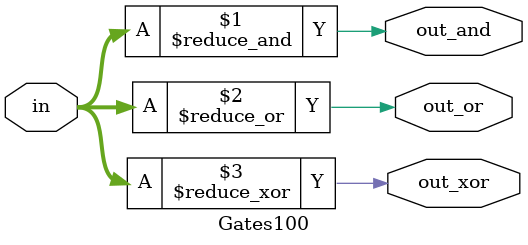
<source format=v>
module Gates100( 
    input [99:0] in,
    output out_and,
    output out_or,
    output out_xor 
);
    assign out_and = & in;
    assign out_or  = | in;
    assign out_xor = ^ in;
endmodule

</source>
